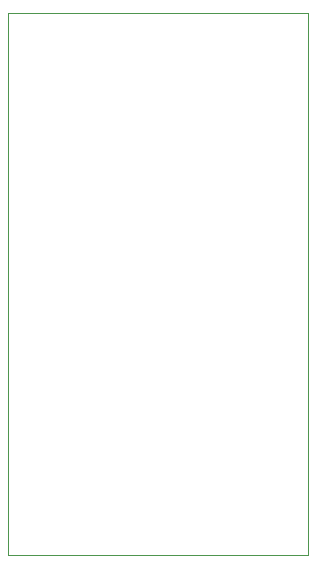
<source format=gbo>
G75*
%MOIN*%
%OFA0B0*%
%FSLAX25Y25*%
%IPPOS*%
%LPD*%
%AMOC8*
5,1,8,0,0,1.08239X$1,22.5*
%
%ADD10C,0.00000*%
D10*
X0002000Y0001000D02*
X0002000Y0181800D01*
X0102000Y0181800D01*
X0102000Y0001000D01*
X0002000Y0001000D01*
M02*

</source>
